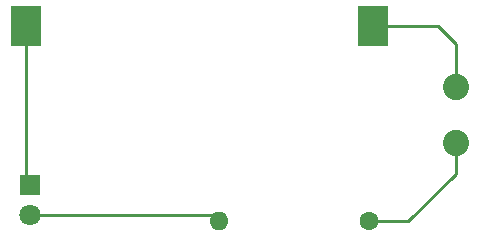
<source format=gbr>
%TF.GenerationSoftware,KiCad,Pcbnew,7.0.9*%
%TF.CreationDate,2023-11-27T16:58:42+01:00*%
%TF.ProjectId,01-getting-started,30312d67-6574-4746-996e-672d73746172,0*%
%TF.SameCoordinates,Original*%
%TF.FileFunction,Copper,L2,Bot*%
%TF.FilePolarity,Positive*%
%FSLAX46Y46*%
G04 Gerber Fmt 4.6, Leading zero omitted, Abs format (unit mm)*
G04 Created by KiCad (PCBNEW 7.0.9) date 2023-11-27 16:58:42*
%MOMM*%
%LPD*%
G01*
G04 APERTURE LIST*
%TA.AperFunction,ComponentPad*%
%ADD10C,2.220000*%
%TD*%
%TA.AperFunction,ComponentPad*%
%ADD11R,1.800000X1.800000*%
%TD*%
%TA.AperFunction,ComponentPad*%
%ADD12C,1.800000*%
%TD*%
%TA.AperFunction,ComponentPad*%
%ADD13C,1.600000*%
%TD*%
%TA.AperFunction,ComponentPad*%
%ADD14O,1.600000X1.600000*%
%TD*%
%TA.AperFunction,SMDPad,CuDef*%
%ADD15R,2.540000X3.510000*%
%TD*%
%TA.AperFunction,Conductor*%
%ADD16C,0.250000*%
%TD*%
G04 APERTURE END LIST*
D10*
%TO.P,SW1,2,A*%
%TO.N,Net-(BT1-+)*%
X167000000Y-101700000D03*
%TO.P,SW1,3,B*%
%TO.N,VCC*%
X167000000Y-106400000D03*
%TD*%
D11*
%TO.P,D1,1,K*%
%TO.N,GND*%
X131000000Y-110000000D03*
D12*
%TO.P,D1,2,A*%
%TO.N,/led*%
X131000000Y-112540000D03*
%TD*%
D13*
%TO.P,R1,1*%
%TO.N,VCC*%
X159700000Y-113000000D03*
D14*
%TO.P,R1,2*%
%TO.N,/led*%
X147000000Y-113000000D03*
%TD*%
D15*
%TO.P,BT1,1,+*%
%TO.N,Net-(BT1-+)*%
X160020000Y-96520000D03*
%TO.P,BT1,2,-*%
%TO.N,GND*%
X130660000Y-96520000D03*
%TD*%
D16*
%TO.N,VCC*%
X163000000Y-113000000D02*
X167000000Y-109000000D01*
X167000000Y-109000000D02*
X167000000Y-106400000D01*
X159700000Y-113000000D02*
X163000000Y-113000000D01*
%TO.N,Net-(BT1-+)*%
X167000000Y-98000000D02*
X167000000Y-101700000D01*
X165520000Y-96520000D02*
X167000000Y-98000000D01*
X160020000Y-96520000D02*
X165520000Y-96520000D01*
%TO.N,GND*%
X130660000Y-109660000D02*
X131000000Y-110000000D01*
X130660000Y-96520000D02*
X130660000Y-109660000D01*
%TO.N,/led*%
X146540000Y-112540000D02*
X147000000Y-113000000D01*
X131000000Y-112540000D02*
X146540000Y-112540000D01*
%TD*%
M02*

</source>
